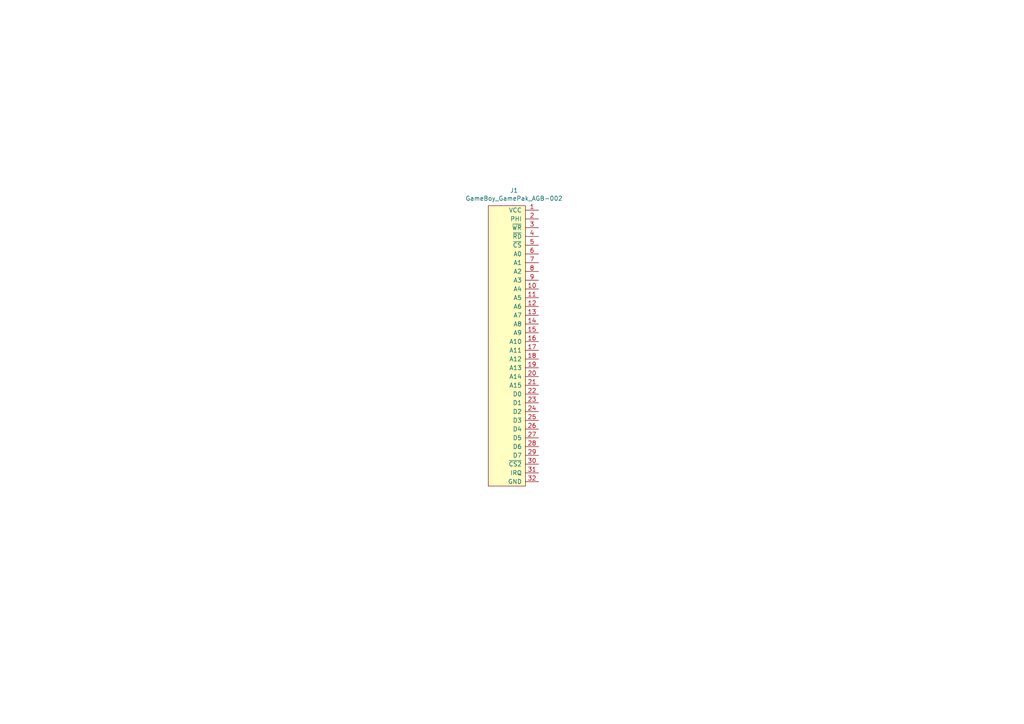
<source format=kicad_sch>
(kicad_sch (version 20211123) (generator eeschema)
  (paper "A4")
  (lib_symbols
    (symbol "Connector_GameBoy:GameBoy_GamePak_AGB-002" (pin_names (offset 1.016))
      (property "Reference" "J" (at -1.27 41.91 0))
      (property "Value" "GameBoy_GamePak_AGB-002" (at -5.08 -42.545 0))
      (symbol "GameBoy_GamePak_AGB-002_0_1"
        (rectangle (start 0 40.64) (end -10.795 -40.64) (fill (type background)))
      )
      (symbol "GameBoy_GamePak_AGB-002_1_1"
        (pin passive line (at 3.81 39.37 180) (length 3.81) (name "VCC") (number "1"))
        (pin passive line (at 3.81 16.51 180) (length 3.81) (name "A4") (number "10"))
        (pin passive line (at 3.81 13.97 180) (length 3.81) (name "A5") (number "11"))
        (pin passive line (at 3.81 11.43 180) (length 3.81) (name "A6") (number "12"))
        (pin passive line (at 3.81 8.89 180) (length 3.81) (name "A7") (number "13"))
        (pin passive line (at 3.81 6.35 180) (length 3.81) (name "A8") (number "14"))
        (pin passive line (at 3.81 3.81 180) (length 3.81) (name "A9") (number "15"))
        (pin passive line (at 3.81 1.27 180) (length 3.81) (name "A10") (number "16"))
        (pin passive line (at 3.81 -1.27 180) (length 3.81) (name "A11") (number "17"))
        (pin passive line (at 3.81 -3.81 180) (length 3.81) (name "A12") (number "18"))
        (pin passive line (at 3.81 -6.35 180) (length 3.81) (name "A13") (number "19"))
        (pin passive line (at 3.81 36.83 180) (length 3.81) (name "PHI") (number "2"))
        (pin passive line (at 3.81 -8.89 180) (length 3.81) (name "A14") (number "20"))
        (pin passive line (at 3.81 -11.43 180) (length 3.81) (name "A15") (number "21"))
        (pin passive line (at 3.81 -13.97 180) (length 3.81) (name "D0") (number "22"))
        (pin passive line (at 3.81 -16.51 180) (length 3.81) (name "D1") (number "23"))
        (pin passive line (at 3.81 -19.05 180) (length 3.81) (name "D2") (number "24"))
        (pin passive line (at 3.81 -21.59 180) (length 3.81) (name "D3") (number "25"))
        (pin passive line (at 3.81 -24.13 180) (length 3.81) (name "D4") (number "26"))
        (pin passive line (at 3.81 -26.67 180) (length 3.81) (name "D5") (number "27"))
        (pin passive line (at 3.81 -29.21 180) (length 3.81) (name "D6") (number "28"))
        (pin passive line (at 3.81 -31.75 180) (length 3.81) (name "D7") (number "29"))
        (pin passive line (at 3.81 34.29 180) (length 3.81) (name "~{WR}") (number "3"))
        (pin passive line (at 3.81 -34.29 180) (length 3.81) (name "~{CS2}") (number "30"))
        (pin passive line (at 3.81 -36.83 180) (length 3.81) (name "IRQ") (number "31"))
        (pin passive line (at 3.81 -39.37 180) (length 3.81) (name "GND") (number "32"))
        (pin passive line (at 3.81 31.75 180) (length 3.81) (name "~{RD}") (number "4"))
        (pin passive line (at 3.81 29.21 180) (length 3.81) (name "~{CS}") (number "5"))
        (pin passive line (at 3.81 26.67 180) (length 3.81) (name "A0") (number "6"))
        (pin passive line (at 3.81 24.13 180) (length 3.81) (name "A1") (number "7"))
        (pin passive line (at 3.81 21.59 180) (length 3.81) (name "A2") (number "8"))
        (pin passive line (at 3.81 19.05 180) (length 3.81) (name "A3") (number "9"))
      )
    )
  )
  (symbol (lib_id "Connector_GameBoy:GameBoy_GamePak_AGB-002") (at 152.4 100.33 0) (unit 1)
    (property "Reference" "J1" (at 149.098 55.245 0))
    (property "Value" "GameBoy_GamePak_AGB-002" (at 149.098 57.5564 0))
    (property "Footprint" "Connector_GameBoy:GameBoy_GamePak_AGB-002_P1.50mm_Edge" (effects hide))
  )
)
</source>
